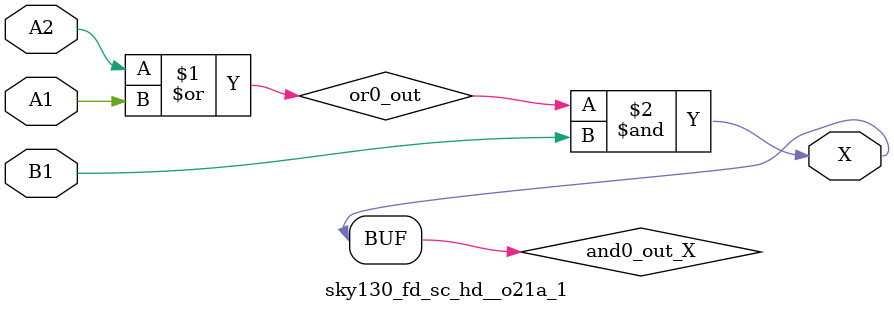
<source format=v>
/*
 * Copyright 2020 The SkyWater PDK Authors
 *
 * Licensed under the Apache License, Version 2.0 (the "License");
 * you may not use this file except in compliance with the License.
 * You may obtain a copy of the License at
 *
 *     https://www.apache.org/licenses/LICENSE-2.0
 *
 * Unless required by applicable law or agreed to in writing, software
 * distributed under the License is distributed on an "AS IS" BASIS,
 * WITHOUT WARRANTIES OR CONDITIONS OF ANY KIND, either express or implied.
 * See the License for the specific language governing permissions and
 * limitations under the License.
 *
 * SPDX-License-Identifier: Apache-2.0
*/


`ifndef SKY130_FD_SC_HD__O21A_1_FUNCTIONAL_V
`define SKY130_FD_SC_HD__O21A_1_FUNCTIONAL_V

/**
 * o21a: 2-input OR into first input of 2-input AND.
 *
 *       X = ((A1 | A2) & B1)
 *
 * Verilog simulation functional model.
 */

`timescale 1ns / 1ps
`default_nettype none

`celldefine
module sky130_fd_sc_hd__o21a_1 (
    X ,
    A1,
    A2,
    B1
);

    // Module ports
    output X ;
    input  A1;
    input  A2;
    input  B1;

    // Local signals
    wire or0_out   ;
    wire and0_out_X;

    //  Name  Output      Other arguments
    or  or0  (or0_out   , A2, A1         );
    and and0 (and0_out_X, or0_out, B1    );
    buf buf0 (X         , and0_out_X     );

endmodule
`endcelldefine

`default_nettype wire
`endif  // SKY130_FD_SC_HD__O21A_1_FUNCTIONAL_V

</source>
